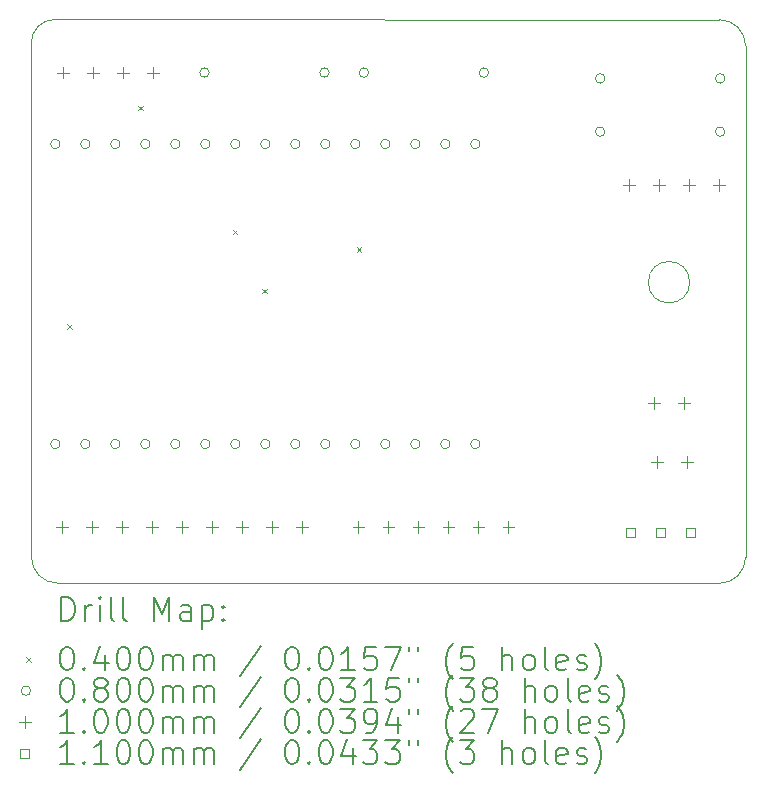
<source format=gbr>
%TF.GenerationSoftware,KiCad,Pcbnew,7.0.9*%
%TF.CreationDate,2024-01-04T21:37:19-05:00*%
%TF.ProjectId,PedalboardBrain,50656461-6c62-46f6-9172-64427261696e,rev?*%
%TF.SameCoordinates,Original*%
%TF.FileFunction,Drillmap*%
%TF.FilePolarity,Positive*%
%FSLAX45Y45*%
G04 Gerber Fmt 4.5, Leading zero omitted, Abs format (unit mm)*
G04 Created by KiCad (PCBNEW 7.0.9) date 2024-01-04 21:37:19*
%MOMM*%
%LPD*%
G01*
G04 APERTURE LIST*
%ADD10C,0.100000*%
%ADD11C,0.200000*%
%ADD12C,0.110000*%
G04 APERTURE END LIST*
D10*
X14850000Y-7274997D02*
G75*
G03*
X15073607Y-7051393I0J223607D01*
G01*
X14850000Y-2501393D02*
X9225000Y-2500000D01*
X15073607Y-2725000D02*
X15073607Y-7051393D01*
X9250000Y-7273607D02*
X14845000Y-7275000D01*
X9025000Y-2700000D02*
X9026393Y-7050000D01*
X9225000Y-2500000D02*
G75*
G03*
X9025000Y-2700000I0J-200000D01*
G01*
X9026393Y-7050000D02*
G75*
G03*
X9250000Y-7273607I223607J0D01*
G01*
X14600285Y-4725000D02*
G75*
G03*
X14600285Y-4725000I-175286J0D01*
G01*
X15073607Y-2725000D02*
G75*
G03*
X14850000Y-2501393I-223607J0D01*
G01*
D11*
D10*
X9330000Y-5080000D02*
X9370000Y-5120000D01*
X9370000Y-5080000D02*
X9330000Y-5120000D01*
X9930000Y-3230000D02*
X9970000Y-3270000D01*
X9970000Y-3230000D02*
X9930000Y-3270000D01*
X10730000Y-4280000D02*
X10770000Y-4320000D01*
X10770000Y-4280000D02*
X10730000Y-4320000D01*
X10980000Y-4780000D02*
X11020000Y-4820000D01*
X11020000Y-4780000D02*
X10980000Y-4820000D01*
X11780000Y-4430000D02*
X11820000Y-4470000D01*
X11820000Y-4430000D02*
X11780000Y-4470000D01*
X9270500Y-3554812D02*
G75*
G03*
X9270500Y-3554812I-40000J0D01*
G01*
X9270500Y-6094812D02*
G75*
G03*
X9270500Y-6094812I-40000J0D01*
G01*
X9524500Y-3554812D02*
G75*
G03*
X9524500Y-3554812I-40000J0D01*
G01*
X9524500Y-6094812D02*
G75*
G03*
X9524500Y-6094812I-40000J0D01*
G01*
X9778500Y-3554812D02*
G75*
G03*
X9778500Y-3554812I-40000J0D01*
G01*
X9778500Y-6094812D02*
G75*
G03*
X9778500Y-6094812I-40000J0D01*
G01*
X10032500Y-3554812D02*
G75*
G03*
X10032500Y-3554812I-40000J0D01*
G01*
X10032500Y-6094812D02*
G75*
G03*
X10032500Y-6094812I-40000J0D01*
G01*
X10286500Y-3554812D02*
G75*
G03*
X10286500Y-3554812I-40000J0D01*
G01*
X10286500Y-6094812D02*
G75*
G03*
X10286500Y-6094812I-40000J0D01*
G01*
X10532000Y-2950000D02*
G75*
G03*
X10532000Y-2950000I-40000J0D01*
G01*
X10540500Y-3554812D02*
G75*
G03*
X10540500Y-3554812I-40000J0D01*
G01*
X10540500Y-6094812D02*
G75*
G03*
X10540500Y-6094812I-40000J0D01*
G01*
X10794500Y-3554812D02*
G75*
G03*
X10794500Y-3554812I-40000J0D01*
G01*
X10794500Y-6094812D02*
G75*
G03*
X10794500Y-6094812I-40000J0D01*
G01*
X11048500Y-3554812D02*
G75*
G03*
X11048500Y-3554812I-40000J0D01*
G01*
X11048500Y-6094812D02*
G75*
G03*
X11048500Y-6094812I-40000J0D01*
G01*
X11302500Y-3554812D02*
G75*
G03*
X11302500Y-3554812I-40000J0D01*
G01*
X11302500Y-6094812D02*
G75*
G03*
X11302500Y-6094812I-40000J0D01*
G01*
X11548000Y-2950000D02*
G75*
G03*
X11548000Y-2950000I-40000J0D01*
G01*
X11556500Y-3554812D02*
G75*
G03*
X11556500Y-3554812I-40000J0D01*
G01*
X11556500Y-6094812D02*
G75*
G03*
X11556500Y-6094812I-40000J0D01*
G01*
X11810500Y-3554812D02*
G75*
G03*
X11810500Y-3554812I-40000J0D01*
G01*
X11810500Y-6094812D02*
G75*
G03*
X11810500Y-6094812I-40000J0D01*
G01*
X11882000Y-2950000D02*
G75*
G03*
X11882000Y-2950000I-40000J0D01*
G01*
X12064500Y-3554812D02*
G75*
G03*
X12064500Y-3554812I-40000J0D01*
G01*
X12064500Y-6094812D02*
G75*
G03*
X12064500Y-6094812I-40000J0D01*
G01*
X12318500Y-3554812D02*
G75*
G03*
X12318500Y-3554812I-40000J0D01*
G01*
X12318500Y-6094812D02*
G75*
G03*
X12318500Y-6094812I-40000J0D01*
G01*
X12572500Y-3554812D02*
G75*
G03*
X12572500Y-3554812I-40000J0D01*
G01*
X12572500Y-6094812D02*
G75*
G03*
X12572500Y-6094812I-40000J0D01*
G01*
X12826500Y-3554812D02*
G75*
G03*
X12826500Y-3554812I-40000J0D01*
G01*
X12826500Y-6094812D02*
G75*
G03*
X12826500Y-6094812I-40000J0D01*
G01*
X12898000Y-2950000D02*
G75*
G03*
X12898000Y-2950000I-40000J0D01*
G01*
X13882000Y-3000000D02*
G75*
G03*
X13882000Y-3000000I-40000J0D01*
G01*
X13882000Y-3450000D02*
G75*
G03*
X13882000Y-3450000I-40000J0D01*
G01*
X14898000Y-3000000D02*
G75*
G03*
X14898000Y-3000000I-40000J0D01*
G01*
X14898000Y-3450000D02*
G75*
G03*
X14898000Y-3450000I-40000J0D01*
G01*
X9288000Y-6750000D02*
X9288000Y-6850000D01*
X9238000Y-6800000D02*
X9338000Y-6800000D01*
X9292000Y-2900000D02*
X9292000Y-3000000D01*
X9242000Y-2950000D02*
X9342000Y-2950000D01*
X9542000Y-6750000D02*
X9542000Y-6850000D01*
X9492000Y-6800000D02*
X9592000Y-6800000D01*
X9546000Y-2900000D02*
X9546000Y-3000000D01*
X9496000Y-2950000D02*
X9596000Y-2950000D01*
X9796000Y-6750000D02*
X9796000Y-6850000D01*
X9746000Y-6800000D02*
X9846000Y-6800000D01*
X9800000Y-2900000D02*
X9800000Y-3000000D01*
X9750000Y-2950000D02*
X9850000Y-2950000D01*
X10050000Y-6750000D02*
X10050000Y-6850000D01*
X10000000Y-6800000D02*
X10100000Y-6800000D01*
X10054000Y-2900000D02*
X10054000Y-3000000D01*
X10004000Y-2950000D02*
X10104000Y-2950000D01*
X10304000Y-6750000D02*
X10304000Y-6850000D01*
X10254000Y-6800000D02*
X10354000Y-6800000D01*
X10558000Y-6750000D02*
X10558000Y-6850000D01*
X10508000Y-6800000D02*
X10608000Y-6800000D01*
X10812000Y-6750000D02*
X10812000Y-6850000D01*
X10762000Y-6800000D02*
X10862000Y-6800000D01*
X11066000Y-6750000D02*
X11066000Y-6850000D01*
X11016000Y-6800000D02*
X11116000Y-6800000D01*
X11320000Y-6750000D02*
X11320000Y-6850000D01*
X11270000Y-6800000D02*
X11370000Y-6800000D01*
X11796000Y-6750000D02*
X11796000Y-6850000D01*
X11746000Y-6800000D02*
X11846000Y-6800000D01*
X12050000Y-6750000D02*
X12050000Y-6850000D01*
X12000000Y-6800000D02*
X12100000Y-6800000D01*
X12304000Y-6750000D02*
X12304000Y-6850000D01*
X12254000Y-6800000D02*
X12354000Y-6800000D01*
X12558000Y-6750000D02*
X12558000Y-6850000D01*
X12508000Y-6800000D02*
X12608000Y-6800000D01*
X12812000Y-6750000D02*
X12812000Y-6850000D01*
X12762000Y-6800000D02*
X12862000Y-6800000D01*
X13066000Y-6750000D02*
X13066000Y-6850000D01*
X13016000Y-6800000D02*
X13116000Y-6800000D01*
X14088000Y-3850000D02*
X14088000Y-3950000D01*
X14038000Y-3900000D02*
X14138000Y-3900000D01*
X14300000Y-5700000D02*
X14300000Y-5800000D01*
X14250000Y-5750000D02*
X14350000Y-5750000D01*
X14322500Y-6200000D02*
X14322500Y-6300000D01*
X14272500Y-6250000D02*
X14372500Y-6250000D01*
X14342000Y-3850000D02*
X14342000Y-3950000D01*
X14292000Y-3900000D02*
X14392000Y-3900000D01*
X14554000Y-5700000D02*
X14554000Y-5800000D01*
X14504000Y-5750000D02*
X14604000Y-5750000D01*
X14576500Y-6200000D02*
X14576500Y-6300000D01*
X14526500Y-6250000D02*
X14626500Y-6250000D01*
X14596000Y-3850000D02*
X14596000Y-3950000D01*
X14546000Y-3900000D02*
X14646000Y-3900000D01*
X14850000Y-3850000D02*
X14850000Y-3950000D01*
X14800000Y-3900000D02*
X14900000Y-3900000D01*
D12*
X14134891Y-6883391D02*
X14134891Y-6805609D01*
X14057109Y-6805609D01*
X14057109Y-6883391D01*
X14134891Y-6883391D01*
X14388891Y-6883391D02*
X14388891Y-6805609D01*
X14311109Y-6805609D01*
X14311109Y-6883391D01*
X14388891Y-6883391D01*
X14642891Y-6883391D02*
X14642891Y-6805609D01*
X14565109Y-6805609D01*
X14565109Y-6883391D01*
X14642891Y-6883391D01*
D11*
X9280777Y-7591484D02*
X9280777Y-7391484D01*
X9280777Y-7391484D02*
X9328396Y-7391484D01*
X9328396Y-7391484D02*
X9356967Y-7401008D01*
X9356967Y-7401008D02*
X9376015Y-7420055D01*
X9376015Y-7420055D02*
X9385539Y-7439103D01*
X9385539Y-7439103D02*
X9395063Y-7477198D01*
X9395063Y-7477198D02*
X9395063Y-7505769D01*
X9395063Y-7505769D02*
X9385539Y-7543865D01*
X9385539Y-7543865D02*
X9376015Y-7562912D01*
X9376015Y-7562912D02*
X9356967Y-7581960D01*
X9356967Y-7581960D02*
X9328396Y-7591484D01*
X9328396Y-7591484D02*
X9280777Y-7591484D01*
X9480777Y-7591484D02*
X9480777Y-7458150D01*
X9480777Y-7496246D02*
X9490301Y-7477198D01*
X9490301Y-7477198D02*
X9499824Y-7467674D01*
X9499824Y-7467674D02*
X9518872Y-7458150D01*
X9518872Y-7458150D02*
X9537920Y-7458150D01*
X9604586Y-7591484D02*
X9604586Y-7458150D01*
X9604586Y-7391484D02*
X9595063Y-7401008D01*
X9595063Y-7401008D02*
X9604586Y-7410531D01*
X9604586Y-7410531D02*
X9614110Y-7401008D01*
X9614110Y-7401008D02*
X9604586Y-7391484D01*
X9604586Y-7391484D02*
X9604586Y-7410531D01*
X9728396Y-7591484D02*
X9709348Y-7581960D01*
X9709348Y-7581960D02*
X9699824Y-7562912D01*
X9699824Y-7562912D02*
X9699824Y-7391484D01*
X9833158Y-7591484D02*
X9814110Y-7581960D01*
X9814110Y-7581960D02*
X9804586Y-7562912D01*
X9804586Y-7562912D02*
X9804586Y-7391484D01*
X10061729Y-7591484D02*
X10061729Y-7391484D01*
X10061729Y-7391484D02*
X10128396Y-7534341D01*
X10128396Y-7534341D02*
X10195063Y-7391484D01*
X10195063Y-7391484D02*
X10195063Y-7591484D01*
X10376015Y-7591484D02*
X10376015Y-7486722D01*
X10376015Y-7486722D02*
X10366491Y-7467674D01*
X10366491Y-7467674D02*
X10347444Y-7458150D01*
X10347444Y-7458150D02*
X10309348Y-7458150D01*
X10309348Y-7458150D02*
X10290301Y-7467674D01*
X10376015Y-7581960D02*
X10356967Y-7591484D01*
X10356967Y-7591484D02*
X10309348Y-7591484D01*
X10309348Y-7591484D02*
X10290301Y-7581960D01*
X10290301Y-7581960D02*
X10280777Y-7562912D01*
X10280777Y-7562912D02*
X10280777Y-7543865D01*
X10280777Y-7543865D02*
X10290301Y-7524817D01*
X10290301Y-7524817D02*
X10309348Y-7515293D01*
X10309348Y-7515293D02*
X10356967Y-7515293D01*
X10356967Y-7515293D02*
X10376015Y-7505769D01*
X10471253Y-7458150D02*
X10471253Y-7658150D01*
X10471253Y-7467674D02*
X10490301Y-7458150D01*
X10490301Y-7458150D02*
X10528396Y-7458150D01*
X10528396Y-7458150D02*
X10547444Y-7467674D01*
X10547444Y-7467674D02*
X10556967Y-7477198D01*
X10556967Y-7477198D02*
X10566491Y-7496246D01*
X10566491Y-7496246D02*
X10566491Y-7553388D01*
X10566491Y-7553388D02*
X10556967Y-7572436D01*
X10556967Y-7572436D02*
X10547444Y-7581960D01*
X10547444Y-7581960D02*
X10528396Y-7591484D01*
X10528396Y-7591484D02*
X10490301Y-7591484D01*
X10490301Y-7591484D02*
X10471253Y-7581960D01*
X10652205Y-7572436D02*
X10661729Y-7581960D01*
X10661729Y-7581960D02*
X10652205Y-7591484D01*
X10652205Y-7591484D02*
X10642682Y-7581960D01*
X10642682Y-7581960D02*
X10652205Y-7572436D01*
X10652205Y-7572436D02*
X10652205Y-7591484D01*
X10652205Y-7467674D02*
X10661729Y-7477198D01*
X10661729Y-7477198D02*
X10652205Y-7486722D01*
X10652205Y-7486722D02*
X10642682Y-7477198D01*
X10642682Y-7477198D02*
X10652205Y-7467674D01*
X10652205Y-7467674D02*
X10652205Y-7486722D01*
D10*
X8980000Y-7900000D02*
X9020000Y-7940000D01*
X9020000Y-7900000D02*
X8980000Y-7940000D01*
D11*
X9318872Y-7811484D02*
X9337920Y-7811484D01*
X9337920Y-7811484D02*
X9356967Y-7821008D01*
X9356967Y-7821008D02*
X9366491Y-7830531D01*
X9366491Y-7830531D02*
X9376015Y-7849579D01*
X9376015Y-7849579D02*
X9385539Y-7887674D01*
X9385539Y-7887674D02*
X9385539Y-7935293D01*
X9385539Y-7935293D02*
X9376015Y-7973388D01*
X9376015Y-7973388D02*
X9366491Y-7992436D01*
X9366491Y-7992436D02*
X9356967Y-8001960D01*
X9356967Y-8001960D02*
X9337920Y-8011484D01*
X9337920Y-8011484D02*
X9318872Y-8011484D01*
X9318872Y-8011484D02*
X9299824Y-8001960D01*
X9299824Y-8001960D02*
X9290301Y-7992436D01*
X9290301Y-7992436D02*
X9280777Y-7973388D01*
X9280777Y-7973388D02*
X9271253Y-7935293D01*
X9271253Y-7935293D02*
X9271253Y-7887674D01*
X9271253Y-7887674D02*
X9280777Y-7849579D01*
X9280777Y-7849579D02*
X9290301Y-7830531D01*
X9290301Y-7830531D02*
X9299824Y-7821008D01*
X9299824Y-7821008D02*
X9318872Y-7811484D01*
X9471253Y-7992436D02*
X9480777Y-8001960D01*
X9480777Y-8001960D02*
X9471253Y-8011484D01*
X9471253Y-8011484D02*
X9461729Y-8001960D01*
X9461729Y-8001960D02*
X9471253Y-7992436D01*
X9471253Y-7992436D02*
X9471253Y-8011484D01*
X9652205Y-7878150D02*
X9652205Y-8011484D01*
X9604586Y-7801960D02*
X9556967Y-7944817D01*
X9556967Y-7944817D02*
X9680777Y-7944817D01*
X9795063Y-7811484D02*
X9814110Y-7811484D01*
X9814110Y-7811484D02*
X9833158Y-7821008D01*
X9833158Y-7821008D02*
X9842682Y-7830531D01*
X9842682Y-7830531D02*
X9852205Y-7849579D01*
X9852205Y-7849579D02*
X9861729Y-7887674D01*
X9861729Y-7887674D02*
X9861729Y-7935293D01*
X9861729Y-7935293D02*
X9852205Y-7973388D01*
X9852205Y-7973388D02*
X9842682Y-7992436D01*
X9842682Y-7992436D02*
X9833158Y-8001960D01*
X9833158Y-8001960D02*
X9814110Y-8011484D01*
X9814110Y-8011484D02*
X9795063Y-8011484D01*
X9795063Y-8011484D02*
X9776015Y-8001960D01*
X9776015Y-8001960D02*
X9766491Y-7992436D01*
X9766491Y-7992436D02*
X9756967Y-7973388D01*
X9756967Y-7973388D02*
X9747444Y-7935293D01*
X9747444Y-7935293D02*
X9747444Y-7887674D01*
X9747444Y-7887674D02*
X9756967Y-7849579D01*
X9756967Y-7849579D02*
X9766491Y-7830531D01*
X9766491Y-7830531D02*
X9776015Y-7821008D01*
X9776015Y-7821008D02*
X9795063Y-7811484D01*
X9985539Y-7811484D02*
X10004586Y-7811484D01*
X10004586Y-7811484D02*
X10023634Y-7821008D01*
X10023634Y-7821008D02*
X10033158Y-7830531D01*
X10033158Y-7830531D02*
X10042682Y-7849579D01*
X10042682Y-7849579D02*
X10052205Y-7887674D01*
X10052205Y-7887674D02*
X10052205Y-7935293D01*
X10052205Y-7935293D02*
X10042682Y-7973388D01*
X10042682Y-7973388D02*
X10033158Y-7992436D01*
X10033158Y-7992436D02*
X10023634Y-8001960D01*
X10023634Y-8001960D02*
X10004586Y-8011484D01*
X10004586Y-8011484D02*
X9985539Y-8011484D01*
X9985539Y-8011484D02*
X9966491Y-8001960D01*
X9966491Y-8001960D02*
X9956967Y-7992436D01*
X9956967Y-7992436D02*
X9947444Y-7973388D01*
X9947444Y-7973388D02*
X9937920Y-7935293D01*
X9937920Y-7935293D02*
X9937920Y-7887674D01*
X9937920Y-7887674D02*
X9947444Y-7849579D01*
X9947444Y-7849579D02*
X9956967Y-7830531D01*
X9956967Y-7830531D02*
X9966491Y-7821008D01*
X9966491Y-7821008D02*
X9985539Y-7811484D01*
X10137920Y-8011484D02*
X10137920Y-7878150D01*
X10137920Y-7897198D02*
X10147444Y-7887674D01*
X10147444Y-7887674D02*
X10166491Y-7878150D01*
X10166491Y-7878150D02*
X10195063Y-7878150D01*
X10195063Y-7878150D02*
X10214110Y-7887674D01*
X10214110Y-7887674D02*
X10223634Y-7906722D01*
X10223634Y-7906722D02*
X10223634Y-8011484D01*
X10223634Y-7906722D02*
X10233158Y-7887674D01*
X10233158Y-7887674D02*
X10252205Y-7878150D01*
X10252205Y-7878150D02*
X10280777Y-7878150D01*
X10280777Y-7878150D02*
X10299825Y-7887674D01*
X10299825Y-7887674D02*
X10309348Y-7906722D01*
X10309348Y-7906722D02*
X10309348Y-8011484D01*
X10404586Y-8011484D02*
X10404586Y-7878150D01*
X10404586Y-7897198D02*
X10414110Y-7887674D01*
X10414110Y-7887674D02*
X10433158Y-7878150D01*
X10433158Y-7878150D02*
X10461729Y-7878150D01*
X10461729Y-7878150D02*
X10480777Y-7887674D01*
X10480777Y-7887674D02*
X10490301Y-7906722D01*
X10490301Y-7906722D02*
X10490301Y-8011484D01*
X10490301Y-7906722D02*
X10499825Y-7887674D01*
X10499825Y-7887674D02*
X10518872Y-7878150D01*
X10518872Y-7878150D02*
X10547444Y-7878150D01*
X10547444Y-7878150D02*
X10566491Y-7887674D01*
X10566491Y-7887674D02*
X10576015Y-7906722D01*
X10576015Y-7906722D02*
X10576015Y-8011484D01*
X10966491Y-7801960D02*
X10795063Y-8059103D01*
X11223634Y-7811484D02*
X11242682Y-7811484D01*
X11242682Y-7811484D02*
X11261729Y-7821008D01*
X11261729Y-7821008D02*
X11271253Y-7830531D01*
X11271253Y-7830531D02*
X11280777Y-7849579D01*
X11280777Y-7849579D02*
X11290301Y-7887674D01*
X11290301Y-7887674D02*
X11290301Y-7935293D01*
X11290301Y-7935293D02*
X11280777Y-7973388D01*
X11280777Y-7973388D02*
X11271253Y-7992436D01*
X11271253Y-7992436D02*
X11261729Y-8001960D01*
X11261729Y-8001960D02*
X11242682Y-8011484D01*
X11242682Y-8011484D02*
X11223634Y-8011484D01*
X11223634Y-8011484D02*
X11204586Y-8001960D01*
X11204586Y-8001960D02*
X11195063Y-7992436D01*
X11195063Y-7992436D02*
X11185539Y-7973388D01*
X11185539Y-7973388D02*
X11176015Y-7935293D01*
X11176015Y-7935293D02*
X11176015Y-7887674D01*
X11176015Y-7887674D02*
X11185539Y-7849579D01*
X11185539Y-7849579D02*
X11195063Y-7830531D01*
X11195063Y-7830531D02*
X11204586Y-7821008D01*
X11204586Y-7821008D02*
X11223634Y-7811484D01*
X11376015Y-7992436D02*
X11385539Y-8001960D01*
X11385539Y-8001960D02*
X11376015Y-8011484D01*
X11376015Y-8011484D02*
X11366491Y-8001960D01*
X11366491Y-8001960D02*
X11376015Y-7992436D01*
X11376015Y-7992436D02*
X11376015Y-8011484D01*
X11509348Y-7811484D02*
X11528396Y-7811484D01*
X11528396Y-7811484D02*
X11547444Y-7821008D01*
X11547444Y-7821008D02*
X11556967Y-7830531D01*
X11556967Y-7830531D02*
X11566491Y-7849579D01*
X11566491Y-7849579D02*
X11576015Y-7887674D01*
X11576015Y-7887674D02*
X11576015Y-7935293D01*
X11576015Y-7935293D02*
X11566491Y-7973388D01*
X11566491Y-7973388D02*
X11556967Y-7992436D01*
X11556967Y-7992436D02*
X11547444Y-8001960D01*
X11547444Y-8001960D02*
X11528396Y-8011484D01*
X11528396Y-8011484D02*
X11509348Y-8011484D01*
X11509348Y-8011484D02*
X11490301Y-8001960D01*
X11490301Y-8001960D02*
X11480777Y-7992436D01*
X11480777Y-7992436D02*
X11471253Y-7973388D01*
X11471253Y-7973388D02*
X11461729Y-7935293D01*
X11461729Y-7935293D02*
X11461729Y-7887674D01*
X11461729Y-7887674D02*
X11471253Y-7849579D01*
X11471253Y-7849579D02*
X11480777Y-7830531D01*
X11480777Y-7830531D02*
X11490301Y-7821008D01*
X11490301Y-7821008D02*
X11509348Y-7811484D01*
X11766491Y-8011484D02*
X11652206Y-8011484D01*
X11709348Y-8011484D02*
X11709348Y-7811484D01*
X11709348Y-7811484D02*
X11690301Y-7840055D01*
X11690301Y-7840055D02*
X11671253Y-7859103D01*
X11671253Y-7859103D02*
X11652206Y-7868627D01*
X11947444Y-7811484D02*
X11852206Y-7811484D01*
X11852206Y-7811484D02*
X11842682Y-7906722D01*
X11842682Y-7906722D02*
X11852206Y-7897198D01*
X11852206Y-7897198D02*
X11871253Y-7887674D01*
X11871253Y-7887674D02*
X11918872Y-7887674D01*
X11918872Y-7887674D02*
X11937920Y-7897198D01*
X11937920Y-7897198D02*
X11947444Y-7906722D01*
X11947444Y-7906722D02*
X11956967Y-7925769D01*
X11956967Y-7925769D02*
X11956967Y-7973388D01*
X11956967Y-7973388D02*
X11947444Y-7992436D01*
X11947444Y-7992436D02*
X11937920Y-8001960D01*
X11937920Y-8001960D02*
X11918872Y-8011484D01*
X11918872Y-8011484D02*
X11871253Y-8011484D01*
X11871253Y-8011484D02*
X11852206Y-8001960D01*
X11852206Y-8001960D02*
X11842682Y-7992436D01*
X12023634Y-7811484D02*
X12156967Y-7811484D01*
X12156967Y-7811484D02*
X12071253Y-8011484D01*
X12223634Y-7811484D02*
X12223634Y-7849579D01*
X12299825Y-7811484D02*
X12299825Y-7849579D01*
X12595063Y-8087674D02*
X12585539Y-8078150D01*
X12585539Y-8078150D02*
X12566491Y-8049579D01*
X12566491Y-8049579D02*
X12556968Y-8030531D01*
X12556968Y-8030531D02*
X12547444Y-8001960D01*
X12547444Y-8001960D02*
X12537920Y-7954341D01*
X12537920Y-7954341D02*
X12537920Y-7916246D01*
X12537920Y-7916246D02*
X12547444Y-7868627D01*
X12547444Y-7868627D02*
X12556968Y-7840055D01*
X12556968Y-7840055D02*
X12566491Y-7821008D01*
X12566491Y-7821008D02*
X12585539Y-7792436D01*
X12585539Y-7792436D02*
X12595063Y-7782912D01*
X12766491Y-7811484D02*
X12671253Y-7811484D01*
X12671253Y-7811484D02*
X12661729Y-7906722D01*
X12661729Y-7906722D02*
X12671253Y-7897198D01*
X12671253Y-7897198D02*
X12690301Y-7887674D01*
X12690301Y-7887674D02*
X12737920Y-7887674D01*
X12737920Y-7887674D02*
X12756968Y-7897198D01*
X12756968Y-7897198D02*
X12766491Y-7906722D01*
X12766491Y-7906722D02*
X12776015Y-7925769D01*
X12776015Y-7925769D02*
X12776015Y-7973388D01*
X12776015Y-7973388D02*
X12766491Y-7992436D01*
X12766491Y-7992436D02*
X12756968Y-8001960D01*
X12756968Y-8001960D02*
X12737920Y-8011484D01*
X12737920Y-8011484D02*
X12690301Y-8011484D01*
X12690301Y-8011484D02*
X12671253Y-8001960D01*
X12671253Y-8001960D02*
X12661729Y-7992436D01*
X13014110Y-8011484D02*
X13014110Y-7811484D01*
X13099825Y-8011484D02*
X13099825Y-7906722D01*
X13099825Y-7906722D02*
X13090301Y-7887674D01*
X13090301Y-7887674D02*
X13071253Y-7878150D01*
X13071253Y-7878150D02*
X13042682Y-7878150D01*
X13042682Y-7878150D02*
X13023634Y-7887674D01*
X13023634Y-7887674D02*
X13014110Y-7897198D01*
X13223634Y-8011484D02*
X13204587Y-8001960D01*
X13204587Y-8001960D02*
X13195063Y-7992436D01*
X13195063Y-7992436D02*
X13185539Y-7973388D01*
X13185539Y-7973388D02*
X13185539Y-7916246D01*
X13185539Y-7916246D02*
X13195063Y-7897198D01*
X13195063Y-7897198D02*
X13204587Y-7887674D01*
X13204587Y-7887674D02*
X13223634Y-7878150D01*
X13223634Y-7878150D02*
X13252206Y-7878150D01*
X13252206Y-7878150D02*
X13271253Y-7887674D01*
X13271253Y-7887674D02*
X13280777Y-7897198D01*
X13280777Y-7897198D02*
X13290301Y-7916246D01*
X13290301Y-7916246D02*
X13290301Y-7973388D01*
X13290301Y-7973388D02*
X13280777Y-7992436D01*
X13280777Y-7992436D02*
X13271253Y-8001960D01*
X13271253Y-8001960D02*
X13252206Y-8011484D01*
X13252206Y-8011484D02*
X13223634Y-8011484D01*
X13404587Y-8011484D02*
X13385539Y-8001960D01*
X13385539Y-8001960D02*
X13376015Y-7982912D01*
X13376015Y-7982912D02*
X13376015Y-7811484D01*
X13556968Y-8001960D02*
X13537920Y-8011484D01*
X13537920Y-8011484D02*
X13499825Y-8011484D01*
X13499825Y-8011484D02*
X13480777Y-8001960D01*
X13480777Y-8001960D02*
X13471253Y-7982912D01*
X13471253Y-7982912D02*
X13471253Y-7906722D01*
X13471253Y-7906722D02*
X13480777Y-7887674D01*
X13480777Y-7887674D02*
X13499825Y-7878150D01*
X13499825Y-7878150D02*
X13537920Y-7878150D01*
X13537920Y-7878150D02*
X13556968Y-7887674D01*
X13556968Y-7887674D02*
X13566491Y-7906722D01*
X13566491Y-7906722D02*
X13566491Y-7925769D01*
X13566491Y-7925769D02*
X13471253Y-7944817D01*
X13642682Y-8001960D02*
X13661730Y-8011484D01*
X13661730Y-8011484D02*
X13699825Y-8011484D01*
X13699825Y-8011484D02*
X13718872Y-8001960D01*
X13718872Y-8001960D02*
X13728396Y-7982912D01*
X13728396Y-7982912D02*
X13728396Y-7973388D01*
X13728396Y-7973388D02*
X13718872Y-7954341D01*
X13718872Y-7954341D02*
X13699825Y-7944817D01*
X13699825Y-7944817D02*
X13671253Y-7944817D01*
X13671253Y-7944817D02*
X13652206Y-7935293D01*
X13652206Y-7935293D02*
X13642682Y-7916246D01*
X13642682Y-7916246D02*
X13642682Y-7906722D01*
X13642682Y-7906722D02*
X13652206Y-7887674D01*
X13652206Y-7887674D02*
X13671253Y-7878150D01*
X13671253Y-7878150D02*
X13699825Y-7878150D01*
X13699825Y-7878150D02*
X13718872Y-7887674D01*
X13795063Y-8087674D02*
X13804587Y-8078150D01*
X13804587Y-8078150D02*
X13823634Y-8049579D01*
X13823634Y-8049579D02*
X13833158Y-8030531D01*
X13833158Y-8030531D02*
X13842682Y-8001960D01*
X13842682Y-8001960D02*
X13852206Y-7954341D01*
X13852206Y-7954341D02*
X13852206Y-7916246D01*
X13852206Y-7916246D02*
X13842682Y-7868627D01*
X13842682Y-7868627D02*
X13833158Y-7840055D01*
X13833158Y-7840055D02*
X13823634Y-7821008D01*
X13823634Y-7821008D02*
X13804587Y-7792436D01*
X13804587Y-7792436D02*
X13795063Y-7782912D01*
D10*
X9020000Y-8184000D02*
G75*
G03*
X9020000Y-8184000I-40000J0D01*
G01*
D11*
X9318872Y-8075484D02*
X9337920Y-8075484D01*
X9337920Y-8075484D02*
X9356967Y-8085008D01*
X9356967Y-8085008D02*
X9366491Y-8094531D01*
X9366491Y-8094531D02*
X9376015Y-8113579D01*
X9376015Y-8113579D02*
X9385539Y-8151674D01*
X9385539Y-8151674D02*
X9385539Y-8199293D01*
X9385539Y-8199293D02*
X9376015Y-8237388D01*
X9376015Y-8237388D02*
X9366491Y-8256436D01*
X9366491Y-8256436D02*
X9356967Y-8265960D01*
X9356967Y-8265960D02*
X9337920Y-8275484D01*
X9337920Y-8275484D02*
X9318872Y-8275484D01*
X9318872Y-8275484D02*
X9299824Y-8265960D01*
X9299824Y-8265960D02*
X9290301Y-8256436D01*
X9290301Y-8256436D02*
X9280777Y-8237388D01*
X9280777Y-8237388D02*
X9271253Y-8199293D01*
X9271253Y-8199293D02*
X9271253Y-8151674D01*
X9271253Y-8151674D02*
X9280777Y-8113579D01*
X9280777Y-8113579D02*
X9290301Y-8094531D01*
X9290301Y-8094531D02*
X9299824Y-8085008D01*
X9299824Y-8085008D02*
X9318872Y-8075484D01*
X9471253Y-8256436D02*
X9480777Y-8265960D01*
X9480777Y-8265960D02*
X9471253Y-8275484D01*
X9471253Y-8275484D02*
X9461729Y-8265960D01*
X9461729Y-8265960D02*
X9471253Y-8256436D01*
X9471253Y-8256436D02*
X9471253Y-8275484D01*
X9595063Y-8161198D02*
X9576015Y-8151674D01*
X9576015Y-8151674D02*
X9566491Y-8142150D01*
X9566491Y-8142150D02*
X9556967Y-8123103D01*
X9556967Y-8123103D02*
X9556967Y-8113579D01*
X9556967Y-8113579D02*
X9566491Y-8094531D01*
X9566491Y-8094531D02*
X9576015Y-8085008D01*
X9576015Y-8085008D02*
X9595063Y-8075484D01*
X9595063Y-8075484D02*
X9633158Y-8075484D01*
X9633158Y-8075484D02*
X9652205Y-8085008D01*
X9652205Y-8085008D02*
X9661729Y-8094531D01*
X9661729Y-8094531D02*
X9671253Y-8113579D01*
X9671253Y-8113579D02*
X9671253Y-8123103D01*
X9671253Y-8123103D02*
X9661729Y-8142150D01*
X9661729Y-8142150D02*
X9652205Y-8151674D01*
X9652205Y-8151674D02*
X9633158Y-8161198D01*
X9633158Y-8161198D02*
X9595063Y-8161198D01*
X9595063Y-8161198D02*
X9576015Y-8170722D01*
X9576015Y-8170722D02*
X9566491Y-8180246D01*
X9566491Y-8180246D02*
X9556967Y-8199293D01*
X9556967Y-8199293D02*
X9556967Y-8237388D01*
X9556967Y-8237388D02*
X9566491Y-8256436D01*
X9566491Y-8256436D02*
X9576015Y-8265960D01*
X9576015Y-8265960D02*
X9595063Y-8275484D01*
X9595063Y-8275484D02*
X9633158Y-8275484D01*
X9633158Y-8275484D02*
X9652205Y-8265960D01*
X9652205Y-8265960D02*
X9661729Y-8256436D01*
X9661729Y-8256436D02*
X9671253Y-8237388D01*
X9671253Y-8237388D02*
X9671253Y-8199293D01*
X9671253Y-8199293D02*
X9661729Y-8180246D01*
X9661729Y-8180246D02*
X9652205Y-8170722D01*
X9652205Y-8170722D02*
X9633158Y-8161198D01*
X9795063Y-8075484D02*
X9814110Y-8075484D01*
X9814110Y-8075484D02*
X9833158Y-8085008D01*
X9833158Y-8085008D02*
X9842682Y-8094531D01*
X9842682Y-8094531D02*
X9852205Y-8113579D01*
X9852205Y-8113579D02*
X9861729Y-8151674D01*
X9861729Y-8151674D02*
X9861729Y-8199293D01*
X9861729Y-8199293D02*
X9852205Y-8237388D01*
X9852205Y-8237388D02*
X9842682Y-8256436D01*
X9842682Y-8256436D02*
X9833158Y-8265960D01*
X9833158Y-8265960D02*
X9814110Y-8275484D01*
X9814110Y-8275484D02*
X9795063Y-8275484D01*
X9795063Y-8275484D02*
X9776015Y-8265960D01*
X9776015Y-8265960D02*
X9766491Y-8256436D01*
X9766491Y-8256436D02*
X9756967Y-8237388D01*
X9756967Y-8237388D02*
X9747444Y-8199293D01*
X9747444Y-8199293D02*
X9747444Y-8151674D01*
X9747444Y-8151674D02*
X9756967Y-8113579D01*
X9756967Y-8113579D02*
X9766491Y-8094531D01*
X9766491Y-8094531D02*
X9776015Y-8085008D01*
X9776015Y-8085008D02*
X9795063Y-8075484D01*
X9985539Y-8075484D02*
X10004586Y-8075484D01*
X10004586Y-8075484D02*
X10023634Y-8085008D01*
X10023634Y-8085008D02*
X10033158Y-8094531D01*
X10033158Y-8094531D02*
X10042682Y-8113579D01*
X10042682Y-8113579D02*
X10052205Y-8151674D01*
X10052205Y-8151674D02*
X10052205Y-8199293D01*
X10052205Y-8199293D02*
X10042682Y-8237388D01*
X10042682Y-8237388D02*
X10033158Y-8256436D01*
X10033158Y-8256436D02*
X10023634Y-8265960D01*
X10023634Y-8265960D02*
X10004586Y-8275484D01*
X10004586Y-8275484D02*
X9985539Y-8275484D01*
X9985539Y-8275484D02*
X9966491Y-8265960D01*
X9966491Y-8265960D02*
X9956967Y-8256436D01*
X9956967Y-8256436D02*
X9947444Y-8237388D01*
X9947444Y-8237388D02*
X9937920Y-8199293D01*
X9937920Y-8199293D02*
X9937920Y-8151674D01*
X9937920Y-8151674D02*
X9947444Y-8113579D01*
X9947444Y-8113579D02*
X9956967Y-8094531D01*
X9956967Y-8094531D02*
X9966491Y-8085008D01*
X9966491Y-8085008D02*
X9985539Y-8075484D01*
X10137920Y-8275484D02*
X10137920Y-8142150D01*
X10137920Y-8161198D02*
X10147444Y-8151674D01*
X10147444Y-8151674D02*
X10166491Y-8142150D01*
X10166491Y-8142150D02*
X10195063Y-8142150D01*
X10195063Y-8142150D02*
X10214110Y-8151674D01*
X10214110Y-8151674D02*
X10223634Y-8170722D01*
X10223634Y-8170722D02*
X10223634Y-8275484D01*
X10223634Y-8170722D02*
X10233158Y-8151674D01*
X10233158Y-8151674D02*
X10252205Y-8142150D01*
X10252205Y-8142150D02*
X10280777Y-8142150D01*
X10280777Y-8142150D02*
X10299825Y-8151674D01*
X10299825Y-8151674D02*
X10309348Y-8170722D01*
X10309348Y-8170722D02*
X10309348Y-8275484D01*
X10404586Y-8275484D02*
X10404586Y-8142150D01*
X10404586Y-8161198D02*
X10414110Y-8151674D01*
X10414110Y-8151674D02*
X10433158Y-8142150D01*
X10433158Y-8142150D02*
X10461729Y-8142150D01*
X10461729Y-8142150D02*
X10480777Y-8151674D01*
X10480777Y-8151674D02*
X10490301Y-8170722D01*
X10490301Y-8170722D02*
X10490301Y-8275484D01*
X10490301Y-8170722D02*
X10499825Y-8151674D01*
X10499825Y-8151674D02*
X10518872Y-8142150D01*
X10518872Y-8142150D02*
X10547444Y-8142150D01*
X10547444Y-8142150D02*
X10566491Y-8151674D01*
X10566491Y-8151674D02*
X10576015Y-8170722D01*
X10576015Y-8170722D02*
X10576015Y-8275484D01*
X10966491Y-8065960D02*
X10795063Y-8323103D01*
X11223634Y-8075484D02*
X11242682Y-8075484D01*
X11242682Y-8075484D02*
X11261729Y-8085008D01*
X11261729Y-8085008D02*
X11271253Y-8094531D01*
X11271253Y-8094531D02*
X11280777Y-8113579D01*
X11280777Y-8113579D02*
X11290301Y-8151674D01*
X11290301Y-8151674D02*
X11290301Y-8199293D01*
X11290301Y-8199293D02*
X11280777Y-8237388D01*
X11280777Y-8237388D02*
X11271253Y-8256436D01*
X11271253Y-8256436D02*
X11261729Y-8265960D01*
X11261729Y-8265960D02*
X11242682Y-8275484D01*
X11242682Y-8275484D02*
X11223634Y-8275484D01*
X11223634Y-8275484D02*
X11204586Y-8265960D01*
X11204586Y-8265960D02*
X11195063Y-8256436D01*
X11195063Y-8256436D02*
X11185539Y-8237388D01*
X11185539Y-8237388D02*
X11176015Y-8199293D01*
X11176015Y-8199293D02*
X11176015Y-8151674D01*
X11176015Y-8151674D02*
X11185539Y-8113579D01*
X11185539Y-8113579D02*
X11195063Y-8094531D01*
X11195063Y-8094531D02*
X11204586Y-8085008D01*
X11204586Y-8085008D02*
X11223634Y-8075484D01*
X11376015Y-8256436D02*
X11385539Y-8265960D01*
X11385539Y-8265960D02*
X11376015Y-8275484D01*
X11376015Y-8275484D02*
X11366491Y-8265960D01*
X11366491Y-8265960D02*
X11376015Y-8256436D01*
X11376015Y-8256436D02*
X11376015Y-8275484D01*
X11509348Y-8075484D02*
X11528396Y-8075484D01*
X11528396Y-8075484D02*
X11547444Y-8085008D01*
X11547444Y-8085008D02*
X11556967Y-8094531D01*
X11556967Y-8094531D02*
X11566491Y-8113579D01*
X11566491Y-8113579D02*
X11576015Y-8151674D01*
X11576015Y-8151674D02*
X11576015Y-8199293D01*
X11576015Y-8199293D02*
X11566491Y-8237388D01*
X11566491Y-8237388D02*
X11556967Y-8256436D01*
X11556967Y-8256436D02*
X11547444Y-8265960D01*
X11547444Y-8265960D02*
X11528396Y-8275484D01*
X11528396Y-8275484D02*
X11509348Y-8275484D01*
X11509348Y-8275484D02*
X11490301Y-8265960D01*
X11490301Y-8265960D02*
X11480777Y-8256436D01*
X11480777Y-8256436D02*
X11471253Y-8237388D01*
X11471253Y-8237388D02*
X11461729Y-8199293D01*
X11461729Y-8199293D02*
X11461729Y-8151674D01*
X11461729Y-8151674D02*
X11471253Y-8113579D01*
X11471253Y-8113579D02*
X11480777Y-8094531D01*
X11480777Y-8094531D02*
X11490301Y-8085008D01*
X11490301Y-8085008D02*
X11509348Y-8075484D01*
X11642682Y-8075484D02*
X11766491Y-8075484D01*
X11766491Y-8075484D02*
X11699825Y-8151674D01*
X11699825Y-8151674D02*
X11728396Y-8151674D01*
X11728396Y-8151674D02*
X11747444Y-8161198D01*
X11747444Y-8161198D02*
X11756967Y-8170722D01*
X11756967Y-8170722D02*
X11766491Y-8189769D01*
X11766491Y-8189769D02*
X11766491Y-8237388D01*
X11766491Y-8237388D02*
X11756967Y-8256436D01*
X11756967Y-8256436D02*
X11747444Y-8265960D01*
X11747444Y-8265960D02*
X11728396Y-8275484D01*
X11728396Y-8275484D02*
X11671253Y-8275484D01*
X11671253Y-8275484D02*
X11652206Y-8265960D01*
X11652206Y-8265960D02*
X11642682Y-8256436D01*
X11956967Y-8275484D02*
X11842682Y-8275484D01*
X11899825Y-8275484D02*
X11899825Y-8075484D01*
X11899825Y-8075484D02*
X11880777Y-8104055D01*
X11880777Y-8104055D02*
X11861729Y-8123103D01*
X11861729Y-8123103D02*
X11842682Y-8132627D01*
X12137920Y-8075484D02*
X12042682Y-8075484D01*
X12042682Y-8075484D02*
X12033158Y-8170722D01*
X12033158Y-8170722D02*
X12042682Y-8161198D01*
X12042682Y-8161198D02*
X12061729Y-8151674D01*
X12061729Y-8151674D02*
X12109348Y-8151674D01*
X12109348Y-8151674D02*
X12128396Y-8161198D01*
X12128396Y-8161198D02*
X12137920Y-8170722D01*
X12137920Y-8170722D02*
X12147444Y-8189769D01*
X12147444Y-8189769D02*
X12147444Y-8237388D01*
X12147444Y-8237388D02*
X12137920Y-8256436D01*
X12137920Y-8256436D02*
X12128396Y-8265960D01*
X12128396Y-8265960D02*
X12109348Y-8275484D01*
X12109348Y-8275484D02*
X12061729Y-8275484D01*
X12061729Y-8275484D02*
X12042682Y-8265960D01*
X12042682Y-8265960D02*
X12033158Y-8256436D01*
X12223634Y-8075484D02*
X12223634Y-8113579D01*
X12299825Y-8075484D02*
X12299825Y-8113579D01*
X12595063Y-8351674D02*
X12585539Y-8342150D01*
X12585539Y-8342150D02*
X12566491Y-8313579D01*
X12566491Y-8313579D02*
X12556968Y-8294531D01*
X12556968Y-8294531D02*
X12547444Y-8265960D01*
X12547444Y-8265960D02*
X12537920Y-8218341D01*
X12537920Y-8218341D02*
X12537920Y-8180246D01*
X12537920Y-8180246D02*
X12547444Y-8132627D01*
X12547444Y-8132627D02*
X12556968Y-8104055D01*
X12556968Y-8104055D02*
X12566491Y-8085008D01*
X12566491Y-8085008D02*
X12585539Y-8056436D01*
X12585539Y-8056436D02*
X12595063Y-8046912D01*
X12652206Y-8075484D02*
X12776015Y-8075484D01*
X12776015Y-8075484D02*
X12709348Y-8151674D01*
X12709348Y-8151674D02*
X12737920Y-8151674D01*
X12737920Y-8151674D02*
X12756968Y-8161198D01*
X12756968Y-8161198D02*
X12766491Y-8170722D01*
X12766491Y-8170722D02*
X12776015Y-8189769D01*
X12776015Y-8189769D02*
X12776015Y-8237388D01*
X12776015Y-8237388D02*
X12766491Y-8256436D01*
X12766491Y-8256436D02*
X12756968Y-8265960D01*
X12756968Y-8265960D02*
X12737920Y-8275484D01*
X12737920Y-8275484D02*
X12680777Y-8275484D01*
X12680777Y-8275484D02*
X12661729Y-8265960D01*
X12661729Y-8265960D02*
X12652206Y-8256436D01*
X12890301Y-8161198D02*
X12871253Y-8151674D01*
X12871253Y-8151674D02*
X12861729Y-8142150D01*
X12861729Y-8142150D02*
X12852206Y-8123103D01*
X12852206Y-8123103D02*
X12852206Y-8113579D01*
X12852206Y-8113579D02*
X12861729Y-8094531D01*
X12861729Y-8094531D02*
X12871253Y-8085008D01*
X12871253Y-8085008D02*
X12890301Y-8075484D01*
X12890301Y-8075484D02*
X12928396Y-8075484D01*
X12928396Y-8075484D02*
X12947444Y-8085008D01*
X12947444Y-8085008D02*
X12956968Y-8094531D01*
X12956968Y-8094531D02*
X12966491Y-8113579D01*
X12966491Y-8113579D02*
X12966491Y-8123103D01*
X12966491Y-8123103D02*
X12956968Y-8142150D01*
X12956968Y-8142150D02*
X12947444Y-8151674D01*
X12947444Y-8151674D02*
X12928396Y-8161198D01*
X12928396Y-8161198D02*
X12890301Y-8161198D01*
X12890301Y-8161198D02*
X12871253Y-8170722D01*
X12871253Y-8170722D02*
X12861729Y-8180246D01*
X12861729Y-8180246D02*
X12852206Y-8199293D01*
X12852206Y-8199293D02*
X12852206Y-8237388D01*
X12852206Y-8237388D02*
X12861729Y-8256436D01*
X12861729Y-8256436D02*
X12871253Y-8265960D01*
X12871253Y-8265960D02*
X12890301Y-8275484D01*
X12890301Y-8275484D02*
X12928396Y-8275484D01*
X12928396Y-8275484D02*
X12947444Y-8265960D01*
X12947444Y-8265960D02*
X12956968Y-8256436D01*
X12956968Y-8256436D02*
X12966491Y-8237388D01*
X12966491Y-8237388D02*
X12966491Y-8199293D01*
X12966491Y-8199293D02*
X12956968Y-8180246D01*
X12956968Y-8180246D02*
X12947444Y-8170722D01*
X12947444Y-8170722D02*
X12928396Y-8161198D01*
X13204587Y-8275484D02*
X13204587Y-8075484D01*
X13290301Y-8275484D02*
X13290301Y-8170722D01*
X13290301Y-8170722D02*
X13280777Y-8151674D01*
X13280777Y-8151674D02*
X13261730Y-8142150D01*
X13261730Y-8142150D02*
X13233158Y-8142150D01*
X13233158Y-8142150D02*
X13214110Y-8151674D01*
X13214110Y-8151674D02*
X13204587Y-8161198D01*
X13414110Y-8275484D02*
X13395063Y-8265960D01*
X13395063Y-8265960D02*
X13385539Y-8256436D01*
X13385539Y-8256436D02*
X13376015Y-8237388D01*
X13376015Y-8237388D02*
X13376015Y-8180246D01*
X13376015Y-8180246D02*
X13385539Y-8161198D01*
X13385539Y-8161198D02*
X13395063Y-8151674D01*
X13395063Y-8151674D02*
X13414110Y-8142150D01*
X13414110Y-8142150D02*
X13442682Y-8142150D01*
X13442682Y-8142150D02*
X13461730Y-8151674D01*
X13461730Y-8151674D02*
X13471253Y-8161198D01*
X13471253Y-8161198D02*
X13480777Y-8180246D01*
X13480777Y-8180246D02*
X13480777Y-8237388D01*
X13480777Y-8237388D02*
X13471253Y-8256436D01*
X13471253Y-8256436D02*
X13461730Y-8265960D01*
X13461730Y-8265960D02*
X13442682Y-8275484D01*
X13442682Y-8275484D02*
X13414110Y-8275484D01*
X13595063Y-8275484D02*
X13576015Y-8265960D01*
X13576015Y-8265960D02*
X13566491Y-8246912D01*
X13566491Y-8246912D02*
X13566491Y-8075484D01*
X13747444Y-8265960D02*
X13728396Y-8275484D01*
X13728396Y-8275484D02*
X13690301Y-8275484D01*
X13690301Y-8275484D02*
X13671253Y-8265960D01*
X13671253Y-8265960D02*
X13661730Y-8246912D01*
X13661730Y-8246912D02*
X13661730Y-8170722D01*
X13661730Y-8170722D02*
X13671253Y-8151674D01*
X13671253Y-8151674D02*
X13690301Y-8142150D01*
X13690301Y-8142150D02*
X13728396Y-8142150D01*
X13728396Y-8142150D02*
X13747444Y-8151674D01*
X13747444Y-8151674D02*
X13756968Y-8170722D01*
X13756968Y-8170722D02*
X13756968Y-8189769D01*
X13756968Y-8189769D02*
X13661730Y-8208817D01*
X13833158Y-8265960D02*
X13852206Y-8275484D01*
X13852206Y-8275484D02*
X13890301Y-8275484D01*
X13890301Y-8275484D02*
X13909349Y-8265960D01*
X13909349Y-8265960D02*
X13918872Y-8246912D01*
X13918872Y-8246912D02*
X13918872Y-8237388D01*
X13918872Y-8237388D02*
X13909349Y-8218341D01*
X13909349Y-8218341D02*
X13890301Y-8208817D01*
X13890301Y-8208817D02*
X13861730Y-8208817D01*
X13861730Y-8208817D02*
X13842682Y-8199293D01*
X13842682Y-8199293D02*
X13833158Y-8180246D01*
X13833158Y-8180246D02*
X13833158Y-8170722D01*
X13833158Y-8170722D02*
X13842682Y-8151674D01*
X13842682Y-8151674D02*
X13861730Y-8142150D01*
X13861730Y-8142150D02*
X13890301Y-8142150D01*
X13890301Y-8142150D02*
X13909349Y-8151674D01*
X13985539Y-8351674D02*
X13995063Y-8342150D01*
X13995063Y-8342150D02*
X14014111Y-8313579D01*
X14014111Y-8313579D02*
X14023634Y-8294531D01*
X14023634Y-8294531D02*
X14033158Y-8265960D01*
X14033158Y-8265960D02*
X14042682Y-8218341D01*
X14042682Y-8218341D02*
X14042682Y-8180246D01*
X14042682Y-8180246D02*
X14033158Y-8132627D01*
X14033158Y-8132627D02*
X14023634Y-8104055D01*
X14023634Y-8104055D02*
X14014111Y-8085008D01*
X14014111Y-8085008D02*
X13995063Y-8056436D01*
X13995063Y-8056436D02*
X13985539Y-8046912D01*
D10*
X8970000Y-8398000D02*
X8970000Y-8498000D01*
X8920000Y-8448000D02*
X9020000Y-8448000D01*
D11*
X9385539Y-8539484D02*
X9271253Y-8539484D01*
X9328396Y-8539484D02*
X9328396Y-8339484D01*
X9328396Y-8339484D02*
X9309348Y-8368055D01*
X9309348Y-8368055D02*
X9290301Y-8387103D01*
X9290301Y-8387103D02*
X9271253Y-8396627D01*
X9471253Y-8520436D02*
X9480777Y-8529960D01*
X9480777Y-8529960D02*
X9471253Y-8539484D01*
X9471253Y-8539484D02*
X9461729Y-8529960D01*
X9461729Y-8529960D02*
X9471253Y-8520436D01*
X9471253Y-8520436D02*
X9471253Y-8539484D01*
X9604586Y-8339484D02*
X9623634Y-8339484D01*
X9623634Y-8339484D02*
X9642682Y-8349008D01*
X9642682Y-8349008D02*
X9652205Y-8358531D01*
X9652205Y-8358531D02*
X9661729Y-8377579D01*
X9661729Y-8377579D02*
X9671253Y-8415674D01*
X9671253Y-8415674D02*
X9671253Y-8463293D01*
X9671253Y-8463293D02*
X9661729Y-8501389D01*
X9661729Y-8501389D02*
X9652205Y-8520436D01*
X9652205Y-8520436D02*
X9642682Y-8529960D01*
X9642682Y-8529960D02*
X9623634Y-8539484D01*
X9623634Y-8539484D02*
X9604586Y-8539484D01*
X9604586Y-8539484D02*
X9585539Y-8529960D01*
X9585539Y-8529960D02*
X9576015Y-8520436D01*
X9576015Y-8520436D02*
X9566491Y-8501389D01*
X9566491Y-8501389D02*
X9556967Y-8463293D01*
X9556967Y-8463293D02*
X9556967Y-8415674D01*
X9556967Y-8415674D02*
X9566491Y-8377579D01*
X9566491Y-8377579D02*
X9576015Y-8358531D01*
X9576015Y-8358531D02*
X9585539Y-8349008D01*
X9585539Y-8349008D02*
X9604586Y-8339484D01*
X9795063Y-8339484D02*
X9814110Y-8339484D01*
X9814110Y-8339484D02*
X9833158Y-8349008D01*
X9833158Y-8349008D02*
X9842682Y-8358531D01*
X9842682Y-8358531D02*
X9852205Y-8377579D01*
X9852205Y-8377579D02*
X9861729Y-8415674D01*
X9861729Y-8415674D02*
X9861729Y-8463293D01*
X9861729Y-8463293D02*
X9852205Y-8501389D01*
X9852205Y-8501389D02*
X9842682Y-8520436D01*
X9842682Y-8520436D02*
X9833158Y-8529960D01*
X9833158Y-8529960D02*
X9814110Y-8539484D01*
X9814110Y-8539484D02*
X9795063Y-8539484D01*
X9795063Y-8539484D02*
X9776015Y-8529960D01*
X9776015Y-8529960D02*
X9766491Y-8520436D01*
X9766491Y-8520436D02*
X9756967Y-8501389D01*
X9756967Y-8501389D02*
X9747444Y-8463293D01*
X9747444Y-8463293D02*
X9747444Y-8415674D01*
X9747444Y-8415674D02*
X9756967Y-8377579D01*
X9756967Y-8377579D02*
X9766491Y-8358531D01*
X9766491Y-8358531D02*
X9776015Y-8349008D01*
X9776015Y-8349008D02*
X9795063Y-8339484D01*
X9985539Y-8339484D02*
X10004586Y-8339484D01*
X10004586Y-8339484D02*
X10023634Y-8349008D01*
X10023634Y-8349008D02*
X10033158Y-8358531D01*
X10033158Y-8358531D02*
X10042682Y-8377579D01*
X10042682Y-8377579D02*
X10052205Y-8415674D01*
X10052205Y-8415674D02*
X10052205Y-8463293D01*
X10052205Y-8463293D02*
X10042682Y-8501389D01*
X10042682Y-8501389D02*
X10033158Y-8520436D01*
X10033158Y-8520436D02*
X10023634Y-8529960D01*
X10023634Y-8529960D02*
X10004586Y-8539484D01*
X10004586Y-8539484D02*
X9985539Y-8539484D01*
X9985539Y-8539484D02*
X9966491Y-8529960D01*
X9966491Y-8529960D02*
X9956967Y-8520436D01*
X9956967Y-8520436D02*
X9947444Y-8501389D01*
X9947444Y-8501389D02*
X9937920Y-8463293D01*
X9937920Y-8463293D02*
X9937920Y-8415674D01*
X9937920Y-8415674D02*
X9947444Y-8377579D01*
X9947444Y-8377579D02*
X9956967Y-8358531D01*
X9956967Y-8358531D02*
X9966491Y-8349008D01*
X9966491Y-8349008D02*
X9985539Y-8339484D01*
X10137920Y-8539484D02*
X10137920Y-8406150D01*
X10137920Y-8425198D02*
X10147444Y-8415674D01*
X10147444Y-8415674D02*
X10166491Y-8406150D01*
X10166491Y-8406150D02*
X10195063Y-8406150D01*
X10195063Y-8406150D02*
X10214110Y-8415674D01*
X10214110Y-8415674D02*
X10223634Y-8434722D01*
X10223634Y-8434722D02*
X10223634Y-8539484D01*
X10223634Y-8434722D02*
X10233158Y-8415674D01*
X10233158Y-8415674D02*
X10252205Y-8406150D01*
X10252205Y-8406150D02*
X10280777Y-8406150D01*
X10280777Y-8406150D02*
X10299825Y-8415674D01*
X10299825Y-8415674D02*
X10309348Y-8434722D01*
X10309348Y-8434722D02*
X10309348Y-8539484D01*
X10404586Y-8539484D02*
X10404586Y-8406150D01*
X10404586Y-8425198D02*
X10414110Y-8415674D01*
X10414110Y-8415674D02*
X10433158Y-8406150D01*
X10433158Y-8406150D02*
X10461729Y-8406150D01*
X10461729Y-8406150D02*
X10480777Y-8415674D01*
X10480777Y-8415674D02*
X10490301Y-8434722D01*
X10490301Y-8434722D02*
X10490301Y-8539484D01*
X10490301Y-8434722D02*
X10499825Y-8415674D01*
X10499825Y-8415674D02*
X10518872Y-8406150D01*
X10518872Y-8406150D02*
X10547444Y-8406150D01*
X10547444Y-8406150D02*
X10566491Y-8415674D01*
X10566491Y-8415674D02*
X10576015Y-8434722D01*
X10576015Y-8434722D02*
X10576015Y-8539484D01*
X10966491Y-8329960D02*
X10795063Y-8587103D01*
X11223634Y-8339484D02*
X11242682Y-8339484D01*
X11242682Y-8339484D02*
X11261729Y-8349008D01*
X11261729Y-8349008D02*
X11271253Y-8358531D01*
X11271253Y-8358531D02*
X11280777Y-8377579D01*
X11280777Y-8377579D02*
X11290301Y-8415674D01*
X11290301Y-8415674D02*
X11290301Y-8463293D01*
X11290301Y-8463293D02*
X11280777Y-8501389D01*
X11280777Y-8501389D02*
X11271253Y-8520436D01*
X11271253Y-8520436D02*
X11261729Y-8529960D01*
X11261729Y-8529960D02*
X11242682Y-8539484D01*
X11242682Y-8539484D02*
X11223634Y-8539484D01*
X11223634Y-8539484D02*
X11204586Y-8529960D01*
X11204586Y-8529960D02*
X11195063Y-8520436D01*
X11195063Y-8520436D02*
X11185539Y-8501389D01*
X11185539Y-8501389D02*
X11176015Y-8463293D01*
X11176015Y-8463293D02*
X11176015Y-8415674D01*
X11176015Y-8415674D02*
X11185539Y-8377579D01*
X11185539Y-8377579D02*
X11195063Y-8358531D01*
X11195063Y-8358531D02*
X11204586Y-8349008D01*
X11204586Y-8349008D02*
X11223634Y-8339484D01*
X11376015Y-8520436D02*
X11385539Y-8529960D01*
X11385539Y-8529960D02*
X11376015Y-8539484D01*
X11376015Y-8539484D02*
X11366491Y-8529960D01*
X11366491Y-8529960D02*
X11376015Y-8520436D01*
X11376015Y-8520436D02*
X11376015Y-8539484D01*
X11509348Y-8339484D02*
X11528396Y-8339484D01*
X11528396Y-8339484D02*
X11547444Y-8349008D01*
X11547444Y-8349008D02*
X11556967Y-8358531D01*
X11556967Y-8358531D02*
X11566491Y-8377579D01*
X11566491Y-8377579D02*
X11576015Y-8415674D01*
X11576015Y-8415674D02*
X11576015Y-8463293D01*
X11576015Y-8463293D02*
X11566491Y-8501389D01*
X11566491Y-8501389D02*
X11556967Y-8520436D01*
X11556967Y-8520436D02*
X11547444Y-8529960D01*
X11547444Y-8529960D02*
X11528396Y-8539484D01*
X11528396Y-8539484D02*
X11509348Y-8539484D01*
X11509348Y-8539484D02*
X11490301Y-8529960D01*
X11490301Y-8529960D02*
X11480777Y-8520436D01*
X11480777Y-8520436D02*
X11471253Y-8501389D01*
X11471253Y-8501389D02*
X11461729Y-8463293D01*
X11461729Y-8463293D02*
X11461729Y-8415674D01*
X11461729Y-8415674D02*
X11471253Y-8377579D01*
X11471253Y-8377579D02*
X11480777Y-8358531D01*
X11480777Y-8358531D02*
X11490301Y-8349008D01*
X11490301Y-8349008D02*
X11509348Y-8339484D01*
X11642682Y-8339484D02*
X11766491Y-8339484D01*
X11766491Y-8339484D02*
X11699825Y-8415674D01*
X11699825Y-8415674D02*
X11728396Y-8415674D01*
X11728396Y-8415674D02*
X11747444Y-8425198D01*
X11747444Y-8425198D02*
X11756967Y-8434722D01*
X11756967Y-8434722D02*
X11766491Y-8453770D01*
X11766491Y-8453770D02*
X11766491Y-8501389D01*
X11766491Y-8501389D02*
X11756967Y-8520436D01*
X11756967Y-8520436D02*
X11747444Y-8529960D01*
X11747444Y-8529960D02*
X11728396Y-8539484D01*
X11728396Y-8539484D02*
X11671253Y-8539484D01*
X11671253Y-8539484D02*
X11652206Y-8529960D01*
X11652206Y-8529960D02*
X11642682Y-8520436D01*
X11861729Y-8539484D02*
X11899825Y-8539484D01*
X11899825Y-8539484D02*
X11918872Y-8529960D01*
X11918872Y-8529960D02*
X11928396Y-8520436D01*
X11928396Y-8520436D02*
X11947444Y-8491865D01*
X11947444Y-8491865D02*
X11956967Y-8453770D01*
X11956967Y-8453770D02*
X11956967Y-8377579D01*
X11956967Y-8377579D02*
X11947444Y-8358531D01*
X11947444Y-8358531D02*
X11937920Y-8349008D01*
X11937920Y-8349008D02*
X11918872Y-8339484D01*
X11918872Y-8339484D02*
X11880777Y-8339484D01*
X11880777Y-8339484D02*
X11861729Y-8349008D01*
X11861729Y-8349008D02*
X11852206Y-8358531D01*
X11852206Y-8358531D02*
X11842682Y-8377579D01*
X11842682Y-8377579D02*
X11842682Y-8425198D01*
X11842682Y-8425198D02*
X11852206Y-8444246D01*
X11852206Y-8444246D02*
X11861729Y-8453770D01*
X11861729Y-8453770D02*
X11880777Y-8463293D01*
X11880777Y-8463293D02*
X11918872Y-8463293D01*
X11918872Y-8463293D02*
X11937920Y-8453770D01*
X11937920Y-8453770D02*
X11947444Y-8444246D01*
X11947444Y-8444246D02*
X11956967Y-8425198D01*
X12128396Y-8406150D02*
X12128396Y-8539484D01*
X12080777Y-8329960D02*
X12033158Y-8472817D01*
X12033158Y-8472817D02*
X12156967Y-8472817D01*
X12223634Y-8339484D02*
X12223634Y-8377579D01*
X12299825Y-8339484D02*
X12299825Y-8377579D01*
X12595063Y-8615674D02*
X12585539Y-8606150D01*
X12585539Y-8606150D02*
X12566491Y-8577579D01*
X12566491Y-8577579D02*
X12556968Y-8558531D01*
X12556968Y-8558531D02*
X12547444Y-8529960D01*
X12547444Y-8529960D02*
X12537920Y-8482341D01*
X12537920Y-8482341D02*
X12537920Y-8444246D01*
X12537920Y-8444246D02*
X12547444Y-8396627D01*
X12547444Y-8396627D02*
X12556968Y-8368055D01*
X12556968Y-8368055D02*
X12566491Y-8349008D01*
X12566491Y-8349008D02*
X12585539Y-8320436D01*
X12585539Y-8320436D02*
X12595063Y-8310912D01*
X12661729Y-8358531D02*
X12671253Y-8349008D01*
X12671253Y-8349008D02*
X12690301Y-8339484D01*
X12690301Y-8339484D02*
X12737920Y-8339484D01*
X12737920Y-8339484D02*
X12756968Y-8349008D01*
X12756968Y-8349008D02*
X12766491Y-8358531D01*
X12766491Y-8358531D02*
X12776015Y-8377579D01*
X12776015Y-8377579D02*
X12776015Y-8396627D01*
X12776015Y-8396627D02*
X12766491Y-8425198D01*
X12766491Y-8425198D02*
X12652206Y-8539484D01*
X12652206Y-8539484D02*
X12776015Y-8539484D01*
X12842682Y-8339484D02*
X12976015Y-8339484D01*
X12976015Y-8339484D02*
X12890301Y-8539484D01*
X13204587Y-8539484D02*
X13204587Y-8339484D01*
X13290301Y-8539484D02*
X13290301Y-8434722D01*
X13290301Y-8434722D02*
X13280777Y-8415674D01*
X13280777Y-8415674D02*
X13261730Y-8406150D01*
X13261730Y-8406150D02*
X13233158Y-8406150D01*
X13233158Y-8406150D02*
X13214110Y-8415674D01*
X13214110Y-8415674D02*
X13204587Y-8425198D01*
X13414110Y-8539484D02*
X13395063Y-8529960D01*
X13395063Y-8529960D02*
X13385539Y-8520436D01*
X13385539Y-8520436D02*
X13376015Y-8501389D01*
X13376015Y-8501389D02*
X13376015Y-8444246D01*
X13376015Y-8444246D02*
X13385539Y-8425198D01*
X13385539Y-8425198D02*
X13395063Y-8415674D01*
X13395063Y-8415674D02*
X13414110Y-8406150D01*
X13414110Y-8406150D02*
X13442682Y-8406150D01*
X13442682Y-8406150D02*
X13461730Y-8415674D01*
X13461730Y-8415674D02*
X13471253Y-8425198D01*
X13471253Y-8425198D02*
X13480777Y-8444246D01*
X13480777Y-8444246D02*
X13480777Y-8501389D01*
X13480777Y-8501389D02*
X13471253Y-8520436D01*
X13471253Y-8520436D02*
X13461730Y-8529960D01*
X13461730Y-8529960D02*
X13442682Y-8539484D01*
X13442682Y-8539484D02*
X13414110Y-8539484D01*
X13595063Y-8539484D02*
X13576015Y-8529960D01*
X13576015Y-8529960D02*
X13566491Y-8510912D01*
X13566491Y-8510912D02*
X13566491Y-8339484D01*
X13747444Y-8529960D02*
X13728396Y-8539484D01*
X13728396Y-8539484D02*
X13690301Y-8539484D01*
X13690301Y-8539484D02*
X13671253Y-8529960D01*
X13671253Y-8529960D02*
X13661730Y-8510912D01*
X13661730Y-8510912D02*
X13661730Y-8434722D01*
X13661730Y-8434722D02*
X13671253Y-8415674D01*
X13671253Y-8415674D02*
X13690301Y-8406150D01*
X13690301Y-8406150D02*
X13728396Y-8406150D01*
X13728396Y-8406150D02*
X13747444Y-8415674D01*
X13747444Y-8415674D02*
X13756968Y-8434722D01*
X13756968Y-8434722D02*
X13756968Y-8453770D01*
X13756968Y-8453770D02*
X13661730Y-8472817D01*
X13833158Y-8529960D02*
X13852206Y-8539484D01*
X13852206Y-8539484D02*
X13890301Y-8539484D01*
X13890301Y-8539484D02*
X13909349Y-8529960D01*
X13909349Y-8529960D02*
X13918872Y-8510912D01*
X13918872Y-8510912D02*
X13918872Y-8501389D01*
X13918872Y-8501389D02*
X13909349Y-8482341D01*
X13909349Y-8482341D02*
X13890301Y-8472817D01*
X13890301Y-8472817D02*
X13861730Y-8472817D01*
X13861730Y-8472817D02*
X13842682Y-8463293D01*
X13842682Y-8463293D02*
X13833158Y-8444246D01*
X13833158Y-8444246D02*
X13833158Y-8434722D01*
X13833158Y-8434722D02*
X13842682Y-8415674D01*
X13842682Y-8415674D02*
X13861730Y-8406150D01*
X13861730Y-8406150D02*
X13890301Y-8406150D01*
X13890301Y-8406150D02*
X13909349Y-8415674D01*
X13985539Y-8615674D02*
X13995063Y-8606150D01*
X13995063Y-8606150D02*
X14014111Y-8577579D01*
X14014111Y-8577579D02*
X14023634Y-8558531D01*
X14023634Y-8558531D02*
X14033158Y-8529960D01*
X14033158Y-8529960D02*
X14042682Y-8482341D01*
X14042682Y-8482341D02*
X14042682Y-8444246D01*
X14042682Y-8444246D02*
X14033158Y-8396627D01*
X14033158Y-8396627D02*
X14023634Y-8368055D01*
X14023634Y-8368055D02*
X14014111Y-8349008D01*
X14014111Y-8349008D02*
X13995063Y-8320436D01*
X13995063Y-8320436D02*
X13985539Y-8310912D01*
D12*
X9003891Y-8750891D02*
X9003891Y-8673109D01*
X8926109Y-8673109D01*
X8926109Y-8750891D01*
X9003891Y-8750891D01*
D11*
X9385539Y-8803484D02*
X9271253Y-8803484D01*
X9328396Y-8803484D02*
X9328396Y-8603484D01*
X9328396Y-8603484D02*
X9309348Y-8632055D01*
X9309348Y-8632055D02*
X9290301Y-8651103D01*
X9290301Y-8651103D02*
X9271253Y-8660627D01*
X9471253Y-8784436D02*
X9480777Y-8793960D01*
X9480777Y-8793960D02*
X9471253Y-8803484D01*
X9471253Y-8803484D02*
X9461729Y-8793960D01*
X9461729Y-8793960D02*
X9471253Y-8784436D01*
X9471253Y-8784436D02*
X9471253Y-8803484D01*
X9671253Y-8803484D02*
X9556967Y-8803484D01*
X9614110Y-8803484D02*
X9614110Y-8603484D01*
X9614110Y-8603484D02*
X9595063Y-8632055D01*
X9595063Y-8632055D02*
X9576015Y-8651103D01*
X9576015Y-8651103D02*
X9556967Y-8660627D01*
X9795063Y-8603484D02*
X9814110Y-8603484D01*
X9814110Y-8603484D02*
X9833158Y-8613008D01*
X9833158Y-8613008D02*
X9842682Y-8622531D01*
X9842682Y-8622531D02*
X9852205Y-8641579D01*
X9852205Y-8641579D02*
X9861729Y-8679674D01*
X9861729Y-8679674D02*
X9861729Y-8727293D01*
X9861729Y-8727293D02*
X9852205Y-8765389D01*
X9852205Y-8765389D02*
X9842682Y-8784436D01*
X9842682Y-8784436D02*
X9833158Y-8793960D01*
X9833158Y-8793960D02*
X9814110Y-8803484D01*
X9814110Y-8803484D02*
X9795063Y-8803484D01*
X9795063Y-8803484D02*
X9776015Y-8793960D01*
X9776015Y-8793960D02*
X9766491Y-8784436D01*
X9766491Y-8784436D02*
X9756967Y-8765389D01*
X9756967Y-8765389D02*
X9747444Y-8727293D01*
X9747444Y-8727293D02*
X9747444Y-8679674D01*
X9747444Y-8679674D02*
X9756967Y-8641579D01*
X9756967Y-8641579D02*
X9766491Y-8622531D01*
X9766491Y-8622531D02*
X9776015Y-8613008D01*
X9776015Y-8613008D02*
X9795063Y-8603484D01*
X9985539Y-8603484D02*
X10004586Y-8603484D01*
X10004586Y-8603484D02*
X10023634Y-8613008D01*
X10023634Y-8613008D02*
X10033158Y-8622531D01*
X10033158Y-8622531D02*
X10042682Y-8641579D01*
X10042682Y-8641579D02*
X10052205Y-8679674D01*
X10052205Y-8679674D02*
X10052205Y-8727293D01*
X10052205Y-8727293D02*
X10042682Y-8765389D01*
X10042682Y-8765389D02*
X10033158Y-8784436D01*
X10033158Y-8784436D02*
X10023634Y-8793960D01*
X10023634Y-8793960D02*
X10004586Y-8803484D01*
X10004586Y-8803484D02*
X9985539Y-8803484D01*
X9985539Y-8803484D02*
X9966491Y-8793960D01*
X9966491Y-8793960D02*
X9956967Y-8784436D01*
X9956967Y-8784436D02*
X9947444Y-8765389D01*
X9947444Y-8765389D02*
X9937920Y-8727293D01*
X9937920Y-8727293D02*
X9937920Y-8679674D01*
X9937920Y-8679674D02*
X9947444Y-8641579D01*
X9947444Y-8641579D02*
X9956967Y-8622531D01*
X9956967Y-8622531D02*
X9966491Y-8613008D01*
X9966491Y-8613008D02*
X9985539Y-8603484D01*
X10137920Y-8803484D02*
X10137920Y-8670150D01*
X10137920Y-8689198D02*
X10147444Y-8679674D01*
X10147444Y-8679674D02*
X10166491Y-8670150D01*
X10166491Y-8670150D02*
X10195063Y-8670150D01*
X10195063Y-8670150D02*
X10214110Y-8679674D01*
X10214110Y-8679674D02*
X10223634Y-8698722D01*
X10223634Y-8698722D02*
X10223634Y-8803484D01*
X10223634Y-8698722D02*
X10233158Y-8679674D01*
X10233158Y-8679674D02*
X10252205Y-8670150D01*
X10252205Y-8670150D02*
X10280777Y-8670150D01*
X10280777Y-8670150D02*
X10299825Y-8679674D01*
X10299825Y-8679674D02*
X10309348Y-8698722D01*
X10309348Y-8698722D02*
X10309348Y-8803484D01*
X10404586Y-8803484D02*
X10404586Y-8670150D01*
X10404586Y-8689198D02*
X10414110Y-8679674D01*
X10414110Y-8679674D02*
X10433158Y-8670150D01*
X10433158Y-8670150D02*
X10461729Y-8670150D01*
X10461729Y-8670150D02*
X10480777Y-8679674D01*
X10480777Y-8679674D02*
X10490301Y-8698722D01*
X10490301Y-8698722D02*
X10490301Y-8803484D01*
X10490301Y-8698722D02*
X10499825Y-8679674D01*
X10499825Y-8679674D02*
X10518872Y-8670150D01*
X10518872Y-8670150D02*
X10547444Y-8670150D01*
X10547444Y-8670150D02*
X10566491Y-8679674D01*
X10566491Y-8679674D02*
X10576015Y-8698722D01*
X10576015Y-8698722D02*
X10576015Y-8803484D01*
X10966491Y-8593960D02*
X10795063Y-8851103D01*
X11223634Y-8603484D02*
X11242682Y-8603484D01*
X11242682Y-8603484D02*
X11261729Y-8613008D01*
X11261729Y-8613008D02*
X11271253Y-8622531D01*
X11271253Y-8622531D02*
X11280777Y-8641579D01*
X11280777Y-8641579D02*
X11290301Y-8679674D01*
X11290301Y-8679674D02*
X11290301Y-8727293D01*
X11290301Y-8727293D02*
X11280777Y-8765389D01*
X11280777Y-8765389D02*
X11271253Y-8784436D01*
X11271253Y-8784436D02*
X11261729Y-8793960D01*
X11261729Y-8793960D02*
X11242682Y-8803484D01*
X11242682Y-8803484D02*
X11223634Y-8803484D01*
X11223634Y-8803484D02*
X11204586Y-8793960D01*
X11204586Y-8793960D02*
X11195063Y-8784436D01*
X11195063Y-8784436D02*
X11185539Y-8765389D01*
X11185539Y-8765389D02*
X11176015Y-8727293D01*
X11176015Y-8727293D02*
X11176015Y-8679674D01*
X11176015Y-8679674D02*
X11185539Y-8641579D01*
X11185539Y-8641579D02*
X11195063Y-8622531D01*
X11195063Y-8622531D02*
X11204586Y-8613008D01*
X11204586Y-8613008D02*
X11223634Y-8603484D01*
X11376015Y-8784436D02*
X11385539Y-8793960D01*
X11385539Y-8793960D02*
X11376015Y-8803484D01*
X11376015Y-8803484D02*
X11366491Y-8793960D01*
X11366491Y-8793960D02*
X11376015Y-8784436D01*
X11376015Y-8784436D02*
X11376015Y-8803484D01*
X11509348Y-8603484D02*
X11528396Y-8603484D01*
X11528396Y-8603484D02*
X11547444Y-8613008D01*
X11547444Y-8613008D02*
X11556967Y-8622531D01*
X11556967Y-8622531D02*
X11566491Y-8641579D01*
X11566491Y-8641579D02*
X11576015Y-8679674D01*
X11576015Y-8679674D02*
X11576015Y-8727293D01*
X11576015Y-8727293D02*
X11566491Y-8765389D01*
X11566491Y-8765389D02*
X11556967Y-8784436D01*
X11556967Y-8784436D02*
X11547444Y-8793960D01*
X11547444Y-8793960D02*
X11528396Y-8803484D01*
X11528396Y-8803484D02*
X11509348Y-8803484D01*
X11509348Y-8803484D02*
X11490301Y-8793960D01*
X11490301Y-8793960D02*
X11480777Y-8784436D01*
X11480777Y-8784436D02*
X11471253Y-8765389D01*
X11471253Y-8765389D02*
X11461729Y-8727293D01*
X11461729Y-8727293D02*
X11461729Y-8679674D01*
X11461729Y-8679674D02*
X11471253Y-8641579D01*
X11471253Y-8641579D02*
X11480777Y-8622531D01*
X11480777Y-8622531D02*
X11490301Y-8613008D01*
X11490301Y-8613008D02*
X11509348Y-8603484D01*
X11747444Y-8670150D02*
X11747444Y-8803484D01*
X11699825Y-8593960D02*
X11652206Y-8736817D01*
X11652206Y-8736817D02*
X11776015Y-8736817D01*
X11833158Y-8603484D02*
X11956967Y-8603484D01*
X11956967Y-8603484D02*
X11890301Y-8679674D01*
X11890301Y-8679674D02*
X11918872Y-8679674D01*
X11918872Y-8679674D02*
X11937920Y-8689198D01*
X11937920Y-8689198D02*
X11947444Y-8698722D01*
X11947444Y-8698722D02*
X11956967Y-8717770D01*
X11956967Y-8717770D02*
X11956967Y-8765389D01*
X11956967Y-8765389D02*
X11947444Y-8784436D01*
X11947444Y-8784436D02*
X11937920Y-8793960D01*
X11937920Y-8793960D02*
X11918872Y-8803484D01*
X11918872Y-8803484D02*
X11861729Y-8803484D01*
X11861729Y-8803484D02*
X11842682Y-8793960D01*
X11842682Y-8793960D02*
X11833158Y-8784436D01*
X12023634Y-8603484D02*
X12147444Y-8603484D01*
X12147444Y-8603484D02*
X12080777Y-8679674D01*
X12080777Y-8679674D02*
X12109348Y-8679674D01*
X12109348Y-8679674D02*
X12128396Y-8689198D01*
X12128396Y-8689198D02*
X12137920Y-8698722D01*
X12137920Y-8698722D02*
X12147444Y-8717770D01*
X12147444Y-8717770D02*
X12147444Y-8765389D01*
X12147444Y-8765389D02*
X12137920Y-8784436D01*
X12137920Y-8784436D02*
X12128396Y-8793960D01*
X12128396Y-8793960D02*
X12109348Y-8803484D01*
X12109348Y-8803484D02*
X12052206Y-8803484D01*
X12052206Y-8803484D02*
X12033158Y-8793960D01*
X12033158Y-8793960D02*
X12023634Y-8784436D01*
X12223634Y-8603484D02*
X12223634Y-8641579D01*
X12299825Y-8603484D02*
X12299825Y-8641579D01*
X12595063Y-8879674D02*
X12585539Y-8870150D01*
X12585539Y-8870150D02*
X12566491Y-8841579D01*
X12566491Y-8841579D02*
X12556968Y-8822531D01*
X12556968Y-8822531D02*
X12547444Y-8793960D01*
X12547444Y-8793960D02*
X12537920Y-8746341D01*
X12537920Y-8746341D02*
X12537920Y-8708246D01*
X12537920Y-8708246D02*
X12547444Y-8660627D01*
X12547444Y-8660627D02*
X12556968Y-8632055D01*
X12556968Y-8632055D02*
X12566491Y-8613008D01*
X12566491Y-8613008D02*
X12585539Y-8584436D01*
X12585539Y-8584436D02*
X12595063Y-8574912D01*
X12652206Y-8603484D02*
X12776015Y-8603484D01*
X12776015Y-8603484D02*
X12709348Y-8679674D01*
X12709348Y-8679674D02*
X12737920Y-8679674D01*
X12737920Y-8679674D02*
X12756968Y-8689198D01*
X12756968Y-8689198D02*
X12766491Y-8698722D01*
X12766491Y-8698722D02*
X12776015Y-8717770D01*
X12776015Y-8717770D02*
X12776015Y-8765389D01*
X12776015Y-8765389D02*
X12766491Y-8784436D01*
X12766491Y-8784436D02*
X12756968Y-8793960D01*
X12756968Y-8793960D02*
X12737920Y-8803484D01*
X12737920Y-8803484D02*
X12680777Y-8803484D01*
X12680777Y-8803484D02*
X12661729Y-8793960D01*
X12661729Y-8793960D02*
X12652206Y-8784436D01*
X13014110Y-8803484D02*
X13014110Y-8603484D01*
X13099825Y-8803484D02*
X13099825Y-8698722D01*
X13099825Y-8698722D02*
X13090301Y-8679674D01*
X13090301Y-8679674D02*
X13071253Y-8670150D01*
X13071253Y-8670150D02*
X13042682Y-8670150D01*
X13042682Y-8670150D02*
X13023634Y-8679674D01*
X13023634Y-8679674D02*
X13014110Y-8689198D01*
X13223634Y-8803484D02*
X13204587Y-8793960D01*
X13204587Y-8793960D02*
X13195063Y-8784436D01*
X13195063Y-8784436D02*
X13185539Y-8765389D01*
X13185539Y-8765389D02*
X13185539Y-8708246D01*
X13185539Y-8708246D02*
X13195063Y-8689198D01*
X13195063Y-8689198D02*
X13204587Y-8679674D01*
X13204587Y-8679674D02*
X13223634Y-8670150D01*
X13223634Y-8670150D02*
X13252206Y-8670150D01*
X13252206Y-8670150D02*
X13271253Y-8679674D01*
X13271253Y-8679674D02*
X13280777Y-8689198D01*
X13280777Y-8689198D02*
X13290301Y-8708246D01*
X13290301Y-8708246D02*
X13290301Y-8765389D01*
X13290301Y-8765389D02*
X13280777Y-8784436D01*
X13280777Y-8784436D02*
X13271253Y-8793960D01*
X13271253Y-8793960D02*
X13252206Y-8803484D01*
X13252206Y-8803484D02*
X13223634Y-8803484D01*
X13404587Y-8803484D02*
X13385539Y-8793960D01*
X13385539Y-8793960D02*
X13376015Y-8774912D01*
X13376015Y-8774912D02*
X13376015Y-8603484D01*
X13556968Y-8793960D02*
X13537920Y-8803484D01*
X13537920Y-8803484D02*
X13499825Y-8803484D01*
X13499825Y-8803484D02*
X13480777Y-8793960D01*
X13480777Y-8793960D02*
X13471253Y-8774912D01*
X13471253Y-8774912D02*
X13471253Y-8698722D01*
X13471253Y-8698722D02*
X13480777Y-8679674D01*
X13480777Y-8679674D02*
X13499825Y-8670150D01*
X13499825Y-8670150D02*
X13537920Y-8670150D01*
X13537920Y-8670150D02*
X13556968Y-8679674D01*
X13556968Y-8679674D02*
X13566491Y-8698722D01*
X13566491Y-8698722D02*
X13566491Y-8717770D01*
X13566491Y-8717770D02*
X13471253Y-8736817D01*
X13642682Y-8793960D02*
X13661730Y-8803484D01*
X13661730Y-8803484D02*
X13699825Y-8803484D01*
X13699825Y-8803484D02*
X13718872Y-8793960D01*
X13718872Y-8793960D02*
X13728396Y-8774912D01*
X13728396Y-8774912D02*
X13728396Y-8765389D01*
X13728396Y-8765389D02*
X13718872Y-8746341D01*
X13718872Y-8746341D02*
X13699825Y-8736817D01*
X13699825Y-8736817D02*
X13671253Y-8736817D01*
X13671253Y-8736817D02*
X13652206Y-8727293D01*
X13652206Y-8727293D02*
X13642682Y-8708246D01*
X13642682Y-8708246D02*
X13642682Y-8698722D01*
X13642682Y-8698722D02*
X13652206Y-8679674D01*
X13652206Y-8679674D02*
X13671253Y-8670150D01*
X13671253Y-8670150D02*
X13699825Y-8670150D01*
X13699825Y-8670150D02*
X13718872Y-8679674D01*
X13795063Y-8879674D02*
X13804587Y-8870150D01*
X13804587Y-8870150D02*
X13823634Y-8841579D01*
X13823634Y-8841579D02*
X13833158Y-8822531D01*
X13833158Y-8822531D02*
X13842682Y-8793960D01*
X13842682Y-8793960D02*
X13852206Y-8746341D01*
X13852206Y-8746341D02*
X13852206Y-8708246D01*
X13852206Y-8708246D02*
X13842682Y-8660627D01*
X13842682Y-8660627D02*
X13833158Y-8632055D01*
X13833158Y-8632055D02*
X13823634Y-8613008D01*
X13823634Y-8613008D02*
X13804587Y-8584436D01*
X13804587Y-8584436D02*
X13795063Y-8574912D01*
M02*

</source>
